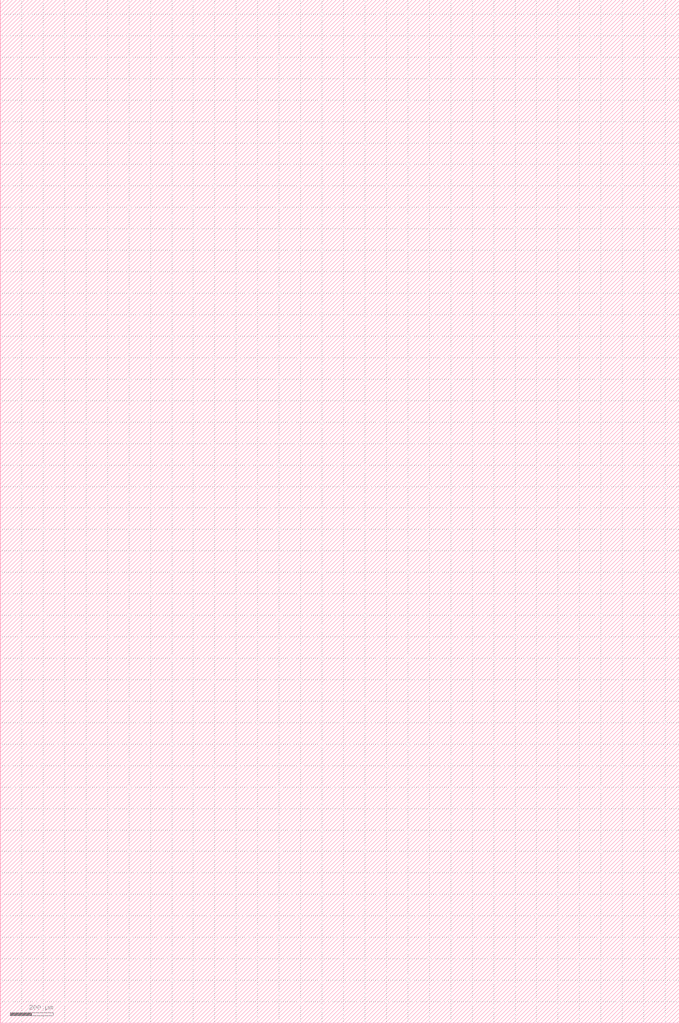
<source format=lef>
VERSION 5.7 ;
  NOWIREEXTENSIONATPIN ON ;
  DIVIDERCHAR "/" ;
  BUSBITCHARS "[]" ;
MACRO caravan_core
  CLASS BLOCK ;
  FOREIGN caravan_core ;
  ORIGIN 0.000 0.000 ;
  SIZE 3165.000 BY 4767.000 ;
END caravan_core
END LIBRARY
</source>
